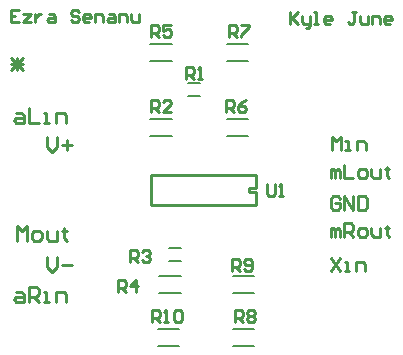
<source format=gto>
G04*
G04 #@! TF.GenerationSoftware,Altium Limited,Altium Designer,24.4.1 (13)*
G04*
G04 Layer_Color=65535*
%FSLAX44Y44*%
%MOMM*%
G71*
G04*
G04 #@! TF.SameCoordinates,E702B004-23CB-4448-875A-07FC45505782*
G04*
G04*
G04 #@! TF.FilePolarity,Positive*
G04*
G01*
G75*
%ADD10C,0.1524*%
%ADD11C,0.2540*%
D10*
X135890Y89662D02*
X146050D01*
X135890Y100838D02*
X146050D01*
X126873Y18288D02*
X144907D01*
X126873Y32512D02*
X144907D01*
X190373Y62738D02*
X208407D01*
X190373Y76962D02*
X208407D01*
X190373Y32512D02*
X208407D01*
X190373Y18288D02*
X208407D01*
X185293Y196088D02*
X203327D01*
X185293Y210312D02*
X203327D01*
X120523D02*
X138557D01*
X120523Y196088D02*
X138557D01*
X152400Y240538D02*
X162560D01*
X152400Y229362D02*
X162560D01*
X185293Y273812D02*
X203327D01*
X185293Y259588D02*
X203327D01*
X120523D02*
X138557D01*
X120523Y273812D02*
X138557D01*
X128143Y76962D02*
X146177D01*
X128143Y62738D02*
X146177D01*
D11*
X120650Y162560D02*
X209550D01*
X120650Y137160D02*
Y162560D01*
Y137160D02*
X209550D01*
Y148272D01*
X203995D02*
X209550D01*
X203995D02*
Y151447D01*
X209550D01*
Y162560D01*
X103296Y88902D02*
Y99058D01*
X108374D01*
X110067Y97366D01*
Y93980D01*
X108374Y92287D01*
X103296D01*
X106682D02*
X110067Y88902D01*
X113453Y97366D02*
X115146Y99058D01*
X118531D01*
X120224Y97366D01*
Y95673D01*
X118531Y93980D01*
X116838D01*
X118531D01*
X120224Y92287D01*
Y90594D01*
X118531Y88902D01*
X115146D01*
X113453Y90594D01*
X121924Y38102D02*
Y48258D01*
X127002D01*
X128695Y46566D01*
Y43180D01*
X127002Y41487D01*
X121924D01*
X125310D02*
X128695Y38102D01*
X132081D02*
X135466D01*
X133774D01*
Y48258D01*
X132081Y46566D01*
X140545D02*
X142238Y48258D01*
X145623D01*
X147316Y46566D01*
Y39794D01*
X145623Y38102D01*
X142238D01*
X140545Y39794D01*
Y46566D01*
X189656Y81282D02*
Y91438D01*
X194734D01*
X196427Y89746D01*
Y86360D01*
X194734Y84667D01*
X189656D01*
X193042D02*
X196427Y81282D01*
X199813Y82974D02*
X201506Y81282D01*
X204891D01*
X206584Y82974D01*
Y89746D01*
X204891Y91438D01*
X201506D01*
X199813Y89746D01*
Y88053D01*
X201506Y86360D01*
X206584D01*
X192196Y38102D02*
Y48258D01*
X197274D01*
X198967Y46566D01*
Y43180D01*
X197274Y41487D01*
X192196D01*
X195582D02*
X198967Y38102D01*
X202353Y46566D02*
X204046Y48258D01*
X207431D01*
X209124Y46566D01*
Y44873D01*
X207431Y43180D01*
X209124Y41487D01*
Y39794D01*
X207431Y38102D01*
X204046D01*
X202353Y39794D01*
Y41487D01*
X204046Y43180D01*
X202353Y44873D01*
Y46566D01*
X204046Y43180D02*
X207431D01*
X219289Y154938D02*
Y146474D01*
X220982Y144782D01*
X224367D01*
X226060Y146474D01*
Y154938D01*
X229446Y144782D02*
X232831D01*
X231138D01*
Y154938D01*
X229446Y153246D01*
X184576Y215902D02*
Y226058D01*
X189654D01*
X191347Y224366D01*
Y220980D01*
X189654Y219287D01*
X184576D01*
X187962D02*
X191347Y215902D01*
X201504Y226058D02*
X198118Y224366D01*
X194733Y220980D01*
Y217594D01*
X196426Y215902D01*
X199811D01*
X201504Y217594D01*
Y219287D01*
X199811Y220980D01*
X194733D01*
X121076Y215902D02*
Y226058D01*
X126154D01*
X127847Y224366D01*
Y220980D01*
X126154Y219287D01*
X121076D01*
X124462D02*
X127847Y215902D01*
X138004D02*
X131233D01*
X138004Y222673D01*
Y224366D01*
X136311Y226058D01*
X132926D01*
X131233Y224366D01*
X150709Y243842D02*
Y253998D01*
X155787D01*
X157480Y252306D01*
Y248920D01*
X155787Y247227D01*
X150709D01*
X154094D02*
X157480Y243842D01*
X160866D02*
X164251D01*
X162558D01*
Y253998D01*
X160866Y252306D01*
X187116Y279402D02*
Y289558D01*
X192194D01*
X193887Y287866D01*
Y284480D01*
X192194Y282787D01*
X187116D01*
X190502D02*
X193887Y279402D01*
X197273Y289558D02*
X204044D01*
Y287866D01*
X197273Y281094D01*
Y279402D01*
X121076D02*
Y289558D01*
X126154D01*
X127847Y287866D01*
Y284480D01*
X126154Y282787D01*
X121076D01*
X124462D02*
X127847Y279402D01*
X138004Y289558D02*
X131233D01*
Y284480D01*
X134618Y286173D01*
X136311D01*
X138004Y284480D01*
Y281094D01*
X136311Y279402D01*
X132926D01*
X131233Y281094D01*
X238760Y300562D02*
Y290406D01*
Y293791D01*
X245531Y300562D01*
X240453Y295484D01*
X245531Y290406D01*
X248917Y297177D02*
Y292098D01*
X250609Y290406D01*
X255688D01*
Y288713D01*
X253995Y287020D01*
X252302D01*
X255688Y290406D02*
Y297177D01*
X259073Y290406D02*
X262459D01*
X260766D01*
Y300562D01*
X259073D01*
X272616Y290406D02*
X269230D01*
X267537Y292098D01*
Y295484D01*
X269230Y297177D01*
X272616D01*
X274308Y295484D01*
Y293791D01*
X267537D01*
X294622Y300562D02*
X291236D01*
X292929D01*
Y292098D01*
X291236Y290406D01*
X289544D01*
X287851Y292098D01*
X298008Y297177D02*
Y292098D01*
X299700Y290406D01*
X304779D01*
Y297177D01*
X308164Y290406D02*
Y297177D01*
X313243D01*
X314935Y295484D01*
Y290406D01*
X323399D02*
X320014D01*
X318321Y292098D01*
Y295484D01*
X320014Y297177D01*
X323399D01*
X325092Y295484D01*
Y293791D01*
X318321D01*
X9311Y302257D02*
X2540D01*
Y292100D01*
X9311D01*
X2540Y297178D02*
X5926D01*
X12697Y298871D02*
X19468D01*
X12697Y292100D01*
X19468D01*
X22853Y298871D02*
Y292100D01*
Y295486D01*
X24546Y297178D01*
X26239Y298871D01*
X27932D01*
X34703D02*
X38089D01*
X39781Y297178D01*
Y292100D01*
X34703D01*
X33010Y293793D01*
X34703Y295486D01*
X39781D01*
X60095Y300564D02*
X58402Y302257D01*
X55016D01*
X53324Y300564D01*
Y298871D01*
X55016Y297178D01*
X58402D01*
X60095Y295486D01*
Y293793D01*
X58402Y292100D01*
X55016D01*
X53324Y293793D01*
X68559Y292100D02*
X65173D01*
X63480Y293793D01*
Y297178D01*
X65173Y298871D01*
X68559D01*
X70251Y297178D01*
Y295486D01*
X63480D01*
X73637Y292100D02*
Y298871D01*
X78715D01*
X80408Y297178D01*
Y292100D01*
X85487Y298871D02*
X88872D01*
X90565Y297178D01*
Y292100D01*
X85487D01*
X83794Y293793D01*
X85487Y295486D01*
X90565D01*
X93951Y292100D02*
Y298871D01*
X99029D01*
X100722Y297178D01*
Y292100D01*
X104107Y298871D02*
Y293793D01*
X105800Y292100D01*
X110878D01*
Y298871D01*
X93136Y63502D02*
Y73658D01*
X98214D01*
X99907Y71966D01*
Y68580D01*
X98214Y66887D01*
X93136D01*
X96522D02*
X99907Y63502D01*
X108371D02*
Y73658D01*
X103293Y68580D01*
X110064D01*
X280921Y142872D02*
X279017Y144776D01*
X275208D01*
X273304Y142872D01*
Y135254D01*
X275208Y133350D01*
X279017D01*
X280921Y135254D01*
Y139063D01*
X277113D01*
X284730Y133350D02*
Y144776D01*
X292348Y133350D01*
Y144776D01*
X296156D02*
Y133350D01*
X301870D01*
X303774Y135254D01*
Y142872D01*
X301870Y144776D01*
X296156D01*
X2540Y262124D02*
X12697Y251967D01*
X2540D02*
X12697Y262124D01*
X2540Y257045D02*
X12697D01*
X7618Y251967D02*
Y262124D01*
X6948Y215474D02*
X11179D01*
X13295Y213358D01*
Y207010D01*
X6948D01*
X4832Y209126D01*
X6948Y211242D01*
X13295D01*
X17527Y219706D02*
Y207010D01*
X25991D01*
X30223D02*
X34455D01*
X32339D01*
Y215474D01*
X30223D01*
X40803Y207010D02*
Y215474D01*
X47151D01*
X49267Y213358D01*
Y207010D01*
X32762Y194560D02*
Y186096D01*
X36994Y181864D01*
X41226Y186096D01*
Y194560D01*
X45458Y188212D02*
X53922D01*
X49690Y192444D02*
Y183980D01*
X32762Y92960D02*
Y84496D01*
X36994Y80264D01*
X41226Y84496D01*
Y92960D01*
X45458Y86612D02*
X53922D01*
X7371Y106934D02*
Y119630D01*
X11603Y115398D01*
X15835Y119630D01*
Y106934D01*
X22183D02*
X26414D01*
X28530Y109050D01*
Y113282D01*
X26414Y115398D01*
X22183D01*
X20067Y113282D01*
Y109050D01*
X22183Y106934D01*
X32762Y115398D02*
Y109050D01*
X34878Y106934D01*
X41226D01*
Y115398D01*
X47574Y117514D02*
Y115398D01*
X45458D01*
X49690D01*
X47574D01*
Y109050D01*
X49690Y106934D01*
X6948Y64090D02*
X11179D01*
X13295Y61974D01*
Y55626D01*
X6948D01*
X4832Y57742D01*
X6948Y59858D01*
X13295D01*
X17527Y55626D02*
Y68322D01*
X23875D01*
X25991Y66206D01*
Y61974D01*
X23875Y59858D01*
X17527D01*
X21759D02*
X25991Y55626D01*
X30223D02*
X34455D01*
X32339D01*
Y64090D01*
X30223D01*
X40803Y55626D02*
Y64090D01*
X47151D01*
X49267Y61974D01*
Y55626D01*
X274066Y183896D02*
Y195322D01*
X277875Y191514D01*
X281683Y195322D01*
Y183896D01*
X285492D02*
X289301D01*
X287397D01*
Y191514D01*
X285492D01*
X295014Y183896D02*
Y191514D01*
X300727D01*
X302632Y189609D01*
Y183896D01*
X273304Y160020D02*
Y167638D01*
X275208D01*
X277112Y165733D01*
Y160020D01*
Y165733D01*
X279017Y167638D01*
X280921Y165733D01*
Y160020D01*
X284730Y171446D02*
Y160020D01*
X292347D01*
X298061D02*
X301869D01*
X303774Y161924D01*
Y165733D01*
X301869Y167638D01*
X298061D01*
X296156Y165733D01*
Y161924D01*
X298061Y160020D01*
X307582Y167638D02*
Y161924D01*
X309487Y160020D01*
X315200D01*
Y167638D01*
X320913Y169542D02*
Y167638D01*
X319009D01*
X322818D01*
X320913D01*
Y161924D01*
X322818Y160020D01*
X273304Y110490D02*
Y118108D01*
X275208D01*
X277112Y116203D01*
Y110490D01*
Y116203D01*
X279017Y118108D01*
X280921Y116203D01*
Y110490D01*
X284730D02*
Y121916D01*
X290443D01*
X292347Y120012D01*
Y116203D01*
X290443Y114299D01*
X284730D01*
X288539D02*
X292347Y110490D01*
X298061D02*
X301869D01*
X303774Y112394D01*
Y116203D01*
X301869Y118108D01*
X298061D01*
X296156Y116203D01*
Y112394D01*
X298061Y110490D01*
X307582Y118108D02*
Y112394D01*
X309487Y110490D01*
X315200D01*
Y118108D01*
X320913Y120012D02*
Y118108D01*
X319009D01*
X322818D01*
X320913D01*
Y112394D01*
X322818Y110490D01*
X273558Y92706D02*
X281175Y81280D01*
Y92706D02*
X273558Y81280D01*
X284984D02*
X288793D01*
X286889D01*
Y88897D01*
X284984D01*
X294506Y81280D02*
Y88897D01*
X300219D01*
X302124Y86993D01*
Y81280D01*
M02*

</source>
